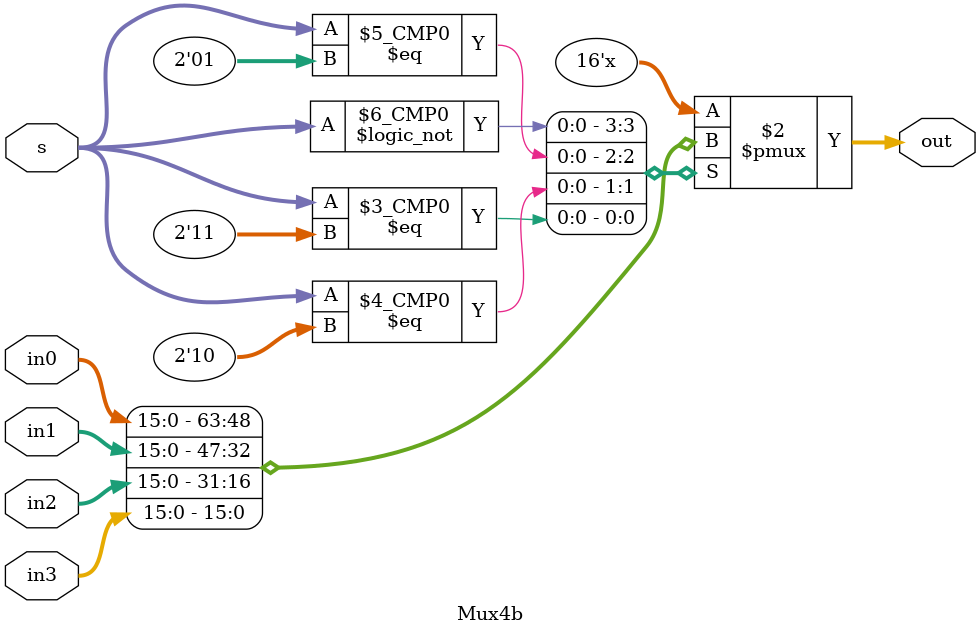
<source format=v>
module datapath(clk,
				// Register operand fetch stage
				readnum, loada, loadb, 
				// Execution stage
				sximm5, opcode, shift, asel, bsel, ALUop, loadc, loads,
				// Register writeback stage
				sximm8, vsel, writenum, write,
				// Program counter component
				pc_out,
				// RAM component
				mdata,
				// Outputs
				datapath_out, status_out, LR);
				
	input [15:0]  mdata, sximm8, sximm5;
	input [8:0] pc_out;
	input clk, write, loada, loadb, loadc, loads, asel, bsel;
	input [2:0] writenum, readnum, opcode;
	input [1:0] shift, ALUop, vsel;
	
	output [15:0] datapath_out;
	output [2:0] status_out;
	
	wire [2:0] status_in;
	wire [15:0] data_in, data_out, Aout, Bout, ShiftBout, ALUout;
	
	output wire [8:0] LR;
	assign LR = Aout[8:0];
	// Source operand multiplexer to use instruction/value in Ra or 16'b0
	wire [15:0] Ain = (asel ? 16'b0 : Aout);
	// Source operand multiplexer to use instruction/value in Rb shifted 
	// or sximm5
	wire [15:0] Bin = (bsel ? sximm5 : ShiftBout);
	// Instantiate register file to store values
	regfile REGFILE(.clk(clk), .writenum(writenum), .write(write), 
					.data_in(data_in), .readnum(readnum), .data_out(data_out));
	// Instantiate ALU to execute arithmetic and logical operations
	alu ALU(.Ain(Ain), .Bin(Bin), .ALUop(ALUop), 
			.ALUout(ALUout), .status(status_in));
	// Instantiate shifter to quickly multiply or divide by 2 
	shifter Shifter(.in(Bout), .opcode(opcode), .shift(shift), .out(ShiftBout));
	// Instantiate three 16 bit pipeline registers with load enable
	Reg regA(.clk(clk), .in(data_out), .load(loada), .out(Aout));
	Reg regB(.clk(clk), .in(data_out), .load(loadb), .out(Bout));
	Reg regC(.clk(clk), .in(ALUout), .load(loadc), .out(datapath_out));
	// Instantiate 3 bit status register with load enable to implement C features
	Reg #(3) regStatus(.clk(clk), .in(status_in), .load(loads), .out(status_out));
	// Writeback multiplexer to use instruction/value in Rc, PC++, sximm8, or mdata 
	Mux4b #(16) muxRegFile(.in3(mdata), .in2(sximm8), .in1({7'b0, (pc_out + 9'b1)}), 
						   .in0(datapath_out), .s(vsel), .out(data_in));
endmodule

// 4 input n-bit wide mux with binary select
module Mux4b(in3, in2, in1, in0, out, s);
	parameter n = 16;
	input [n-1:0] in0, in1, in2, in3;
	input [1:0] s;
	output reg [n-1:0] out;
	// Binary select one of the 4 inputs to out
	always @(*) begin
		case(s)
			2'b00: out = in0;
			2'b01: out = in1;
			2'b10: out = in2;
			2'b11: out = in3;
			default: out = {n{1'bx}};
		endcase
	end
endmodule
</source>
